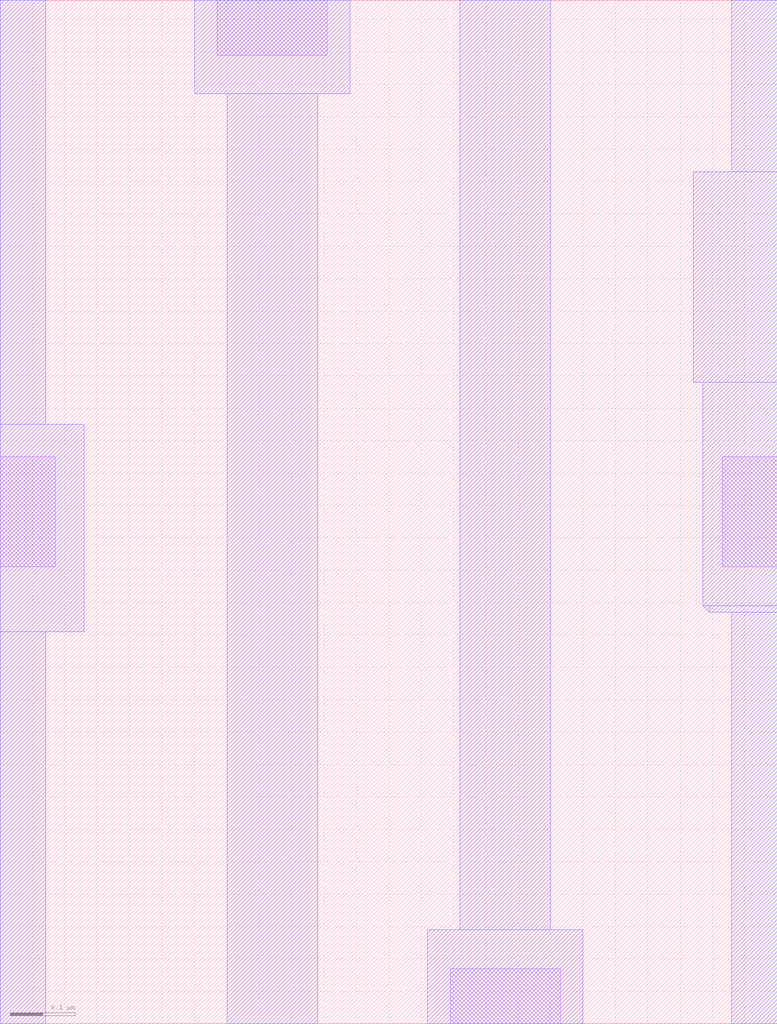
<source format=lef>
VERSION 5.7 ;
  NOWIREEXTENSIONATPIN ON ;
  DIVIDERCHAR "/" ;
  BUSBITCHARS "[]" ;
MACRO sky130_fd_bd_sram__sram_sp_cell_metopt1
  CLASS BLOCK ;
  FOREIGN sky130_fd_bd_sram__sram_sp_cell_metopt1 ;
  ORIGIN 0.000 0.000 ;
  SIZE 1.200 BY 1.580 ;
  OBS
      LAYER li1 ;
        RECT 0.335 1.495 0.505 1.580 ;
        RECT 0.000 0.705 0.085 0.875 ;
        RECT 1.115 0.705 1.200 0.875 ;
        RECT 0.695 0.000 0.865 0.085 ;
      LAYER met1 ;
        RECT 0.000 0.925 0.070 1.580 ;
        RECT 0.300 1.435 0.540 1.580 ;
        RECT 0.000 0.605 0.130 0.925 ;
        RECT 0.000 0.000 0.070 0.605 ;
        RECT 0.350 0.000 0.490 1.435 ;
        RECT 0.710 0.145 0.850 1.580 ;
        RECT 1.130 1.315 1.200 1.580 ;
        RECT 1.070 0.990 1.200 1.315 ;
        RECT 1.085 0.645 1.200 0.990 ;
        POLYGON 1.085 0.645 1.095 0.645 1.095 0.635 ;
        RECT 1.095 0.635 1.200 0.645 ;
        RECT 0.660 0.000 0.900 0.145 ;
        RECT 1.130 0.000 1.200 0.635 ;
  END
END sky130_fd_bd_sram__sram_sp_cell_metopt1
END LIBRARY


</source>
